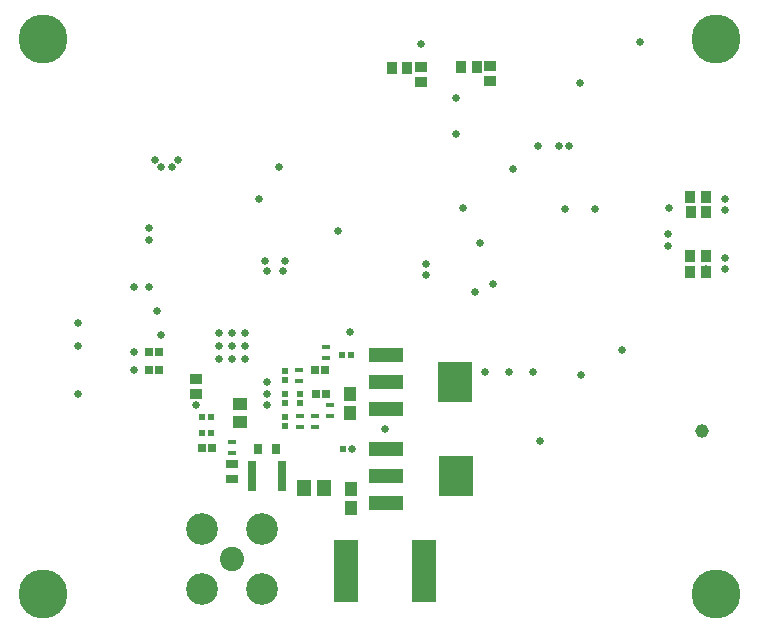
<source format=gbs>
G04*
G04 #@! TF.GenerationSoftware,Altium Limited,Altium Designer,24.4.1 (13)*
G04*
G04 Layer_Color=16711935*
%FSLAX44Y44*%
%MOMM*%
G71*
G04*
G04 #@! TF.SameCoordinates,2EB5ED4D-3302-4EB3-8F75-9365195E6A89*
G04*
G04*
G04 #@! TF.FilePolarity,Negative*
G04*
G01*
G75*
%ADD27R,0.4725X0.5393*%
%ADD30R,1.2546X1.4562*%
%ADD40R,0.5393X0.4725*%
%ADD44R,0.5200X0.5200*%
%ADD45R,0.5200X0.5200*%
%ADD56R,1.0000X0.9000*%
%ADD57R,1.2000X1.0500*%
%ADD58R,0.7500X0.7000*%
%ADD64R,0.9000X1.0000*%
%ADD69R,0.9500X1.1000*%
%ADD74C,2.6900*%
%ADD75C,2.0550*%
%ADD76C,0.6500*%
%ADD77C,4.1500*%
%ADD93R,2.0000X5.3000*%
%ADD94R,0.6500X2.6500*%
%ADD95R,0.6500X0.9000*%
%ADD96R,0.6750X0.4500*%
%ADD97R,1.0200X0.6400*%
%ADD99R,1.0121X1.2084*%
%ADD100R,2.8500X1.1500*%
%ADD101R,2.8500X3.4500*%
%ADD102R,1.0000X0.8500*%
%ADD103C,1.1500*%
D27*
X245000Y190000D02*
D03*
Y182668D02*
D03*
X258000Y209666D02*
D03*
Y202334D02*
D03*
D30*
X278258Y130000D02*
D03*
X261742D02*
D03*
D40*
X175000Y177000D02*
D03*
X182332D02*
D03*
X294419Y163000D02*
D03*
X301750D02*
D03*
X293919Y243000D02*
D03*
X301250D02*
D03*
D44*
X175000Y190000D02*
D03*
X183000D02*
D03*
D45*
X245000Y210000D02*
D03*
Y202000D02*
D03*
X245000Y229375D02*
D03*
Y221375D02*
D03*
D56*
X360000Y486750D02*
D03*
Y473750D02*
D03*
X419000Y487250D02*
D03*
Y474250D02*
D03*
D57*
X206750Y200834D02*
D03*
Y186334D02*
D03*
D58*
X130000Y230000D02*
D03*
X138500D02*
D03*
X130000Y245000D02*
D03*
X138500D02*
D03*
X183500Y163750D02*
D03*
X175000D02*
D03*
X280000Y210000D02*
D03*
X271500D02*
D03*
X278750Y230000D02*
D03*
X270250D02*
D03*
D64*
X589000Y363750D02*
D03*
X602000D02*
D03*
X348500Y485750D02*
D03*
X335500D02*
D03*
X407500Y486250D02*
D03*
X394500D02*
D03*
D69*
X588500Y313250D02*
D03*
X602000D02*
D03*
X588500Y326750D02*
D03*
X602000D02*
D03*
X588500Y376750D02*
D03*
X602000D02*
D03*
D74*
X225400Y95400D02*
D03*
X174600D02*
D03*
Y44600D02*
D03*
X225400D02*
D03*
D75*
X200000Y70000D02*
D03*
D76*
X406250Y296000D02*
D03*
X135000Y407500D02*
D03*
X155000D02*
D03*
X228500Y322500D02*
D03*
X245000D02*
D03*
X223000Y375000D02*
D03*
X240000Y401500D02*
D03*
X70000Y250000D02*
D03*
Y270000D02*
D03*
X419000Y487250D02*
D03*
X390000Y460000D02*
D03*
Y430000D02*
D03*
X137000Y280000D02*
D03*
X117000Y230000D02*
D03*
Y245000D02*
D03*
X140000Y260000D02*
D03*
X438258Y400000D02*
D03*
X455000Y228500D02*
D03*
X415000D02*
D03*
X435000D02*
D03*
X395000D02*
D03*
X588500Y313250D02*
D03*
Y326750D02*
D03*
X360000Y506250D02*
D03*
X394500Y486250D02*
D03*
X117000Y300000D02*
D03*
X290250Y347500D02*
D03*
X130000Y350000D02*
D03*
X421250Y302500D02*
D03*
X618000Y315500D02*
D03*
Y324500D02*
D03*
Y365500D02*
D03*
Y374500D02*
D03*
X330750Y140000D02*
D03*
X330000Y180000D02*
D03*
X301750Y163000D02*
D03*
X300250Y262000D02*
D03*
X130000Y230000D02*
D03*
Y245000D02*
D03*
X364250Y310000D02*
D03*
Y320000D02*
D03*
X482500Y366000D02*
D03*
X507500D02*
D03*
X569250Y335000D02*
D03*
Y345000D02*
D03*
X70000Y210000D02*
D03*
X410000Y337500D02*
D03*
X545400Y507300D02*
D03*
X230000Y313666D02*
D03*
X243500D02*
D03*
X140000Y401500D02*
D03*
X150000D02*
D03*
X602000Y315500D02*
D03*
Y324500D02*
D03*
Y365500D02*
D03*
Y374500D02*
D03*
X363000Y60000D02*
D03*
X477500Y420000D02*
D03*
X494600Y472700D02*
D03*
X495786Y225750D02*
D03*
X530786Y246500D02*
D03*
X570000Y367500D02*
D03*
X459500Y420000D02*
D03*
X485500D02*
D03*
X396250Y367500D02*
D03*
X360000Y473750D02*
D03*
X419000Y474250D02*
D03*
X461000Y169742D02*
D03*
X130000Y340000D02*
D03*
Y300000D02*
D03*
X170000Y200000D02*
D03*
Y210000D02*
D03*
X211000Y239000D02*
D03*
X200000D02*
D03*
X189000D02*
D03*
X211000Y250000D02*
D03*
X200000D02*
D03*
X189000D02*
D03*
X211000Y261000D02*
D03*
X200000D02*
D03*
X189000D02*
D03*
X200000Y150000D02*
D03*
X206750Y186334D02*
D03*
X230000Y220000D02*
D03*
Y210000D02*
D03*
Y200000D02*
D03*
D77*
X40000Y510000D02*
D03*
X610000D02*
D03*
Y40000D02*
D03*
X40000D02*
D03*
D93*
X297000Y60000D02*
D03*
X363000D02*
D03*
D94*
X217300Y140000D02*
D03*
X242700D02*
D03*
D95*
X222750Y163000D02*
D03*
X237250D02*
D03*
D96*
X200000Y169250D02*
D03*
Y160000D02*
D03*
X280000Y249250D02*
D03*
Y240000D02*
D03*
X257500Y220750D02*
D03*
Y230000D02*
D03*
X258000Y181709D02*
D03*
Y190959D02*
D03*
X270500Y181709D02*
D03*
Y190959D02*
D03*
X283000Y191375D02*
D03*
Y200625D02*
D03*
D97*
X200000Y150350D02*
D03*
Y137650D02*
D03*
D99*
X300750Y129269D02*
D03*
Y113231D02*
D03*
X300500Y209269D02*
D03*
Y193231D02*
D03*
D100*
X330750Y117000D02*
D03*
Y140000D02*
D03*
Y163000D02*
D03*
X330500Y243000D02*
D03*
Y220000D02*
D03*
Y197000D02*
D03*
D101*
X389750Y140000D02*
D03*
X389500Y220000D02*
D03*
D102*
X170000Y222500D02*
D03*
Y210000D02*
D03*
D103*
X598500Y178000D02*
D03*
M02*

</source>
